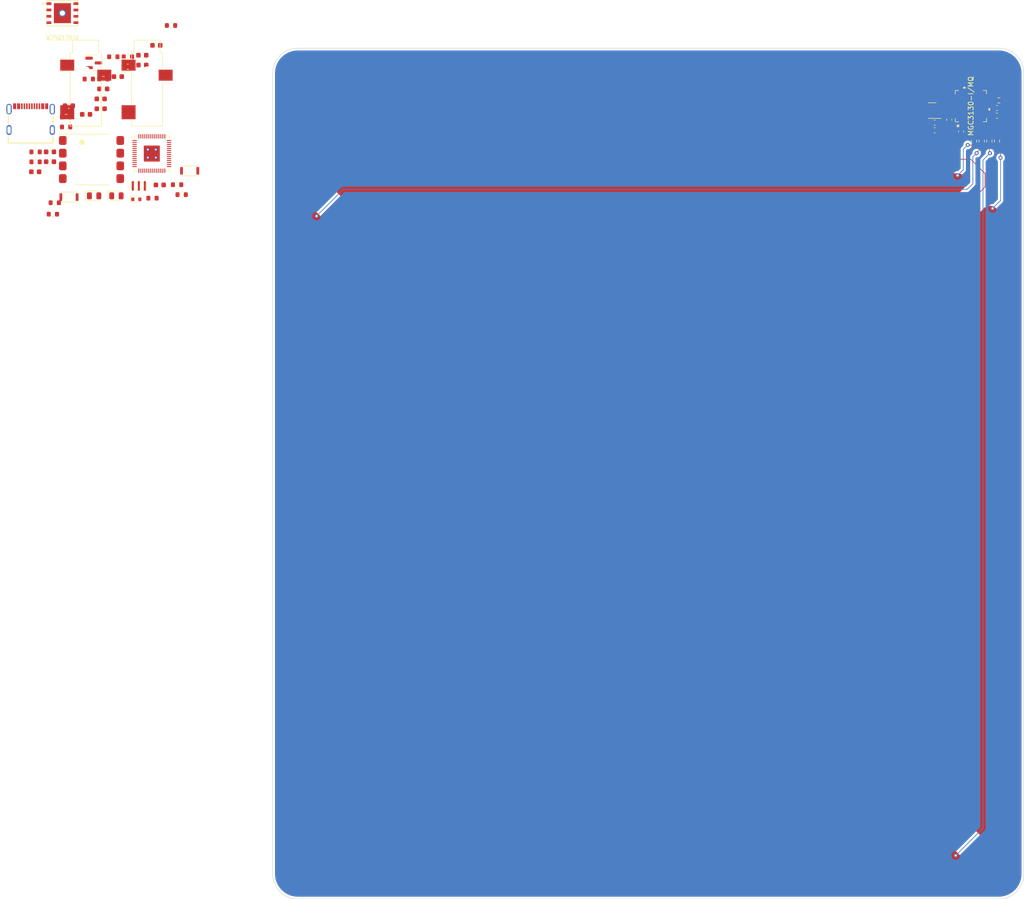
<source format=kicad_pcb>
(kicad_pcb (version 20211014) (generator pcbnew)
  (layers (0 "F.Cu" signal) (31 "B.Cu" signal) (34 "B.Paste" user) (35 "F.Paste" user) (36 "B.SilkS" user "B.Silkscreen") (37 "F.SilkS" user "F.Silkscreen") (38 "B.Mask" user) (39 "F.Mask" user) (44 "Edge.Cuts" user))
  (net 0 "")
  (net 1 "GND")
  (net 2 "+3V3")
  (net 3 "Net-(C10-Pad1)")
  (net 4 "/VBUS")
  (net 5 "Net-(C14-Pad2)")
  (net 6 "Net-(C16-Pad2)")
  (net 7 "Net-(C17-Pad2)")
  (net 8 "Net-(D1-Pad2)")
  (net 9 "Net-(D2-Pad2)")
  (net 10 "Net-(D3-Pad1)")
  (net 11 "Net-(D3-Pad2)")
  (net 12 "Net-(J1-PadA5)")
  (net 13 "Net-(J1-PadA6)")
  (net 14 "Net-(J1-PadA7)")
  (net 16 "Net-(J1-PadB5)")
  (net 18 "Net-(J2-PadR)")
  (net 20 "Net-(J3-PadR)")
  (net 21 "Net-(J3-PadT)")
  (net 22 "/RUN")
  (net 23 "/BOOT")
  (net 24 "Net-(R5-Pad2)")
  (net 25 "Net-(R6-Pad2)")
  (net 26 "/GPIO25")
  (net 27 "Net-(R8-Pad2)")
  (net 28 "Net-(R9-Pad2)")
  (net 29 "Net-(R10-Pad2)")
  (net 30 "Net-(R11-Pad2)")
  (net 31 "/EIO0")
  (net 32 "/EIO4{slash}SI0")
  (net 33 "/MIDI_TX")
  (net 34 "/MIDI_RX")
  (net 35 "Net-(U1-Pad2)")
  (net 36 "Net-(U1-Pad3)")
  (net 37 "Net-(U1-Pad5)")
  (net 38 "Net-(U1-Pad6)")
  (net 39 "Net-(U1-Pad7)")
  (net 40 "/GPIO2")
  (net 41 "/GPIO3")
  (net 42 "/GPIO4")
  (net 43 "/GPIO5")
  (net 44 "/GPIO6")
  (net 45 "/GPIO7")
  (net 46 "/GPIO8")
  (net 47 "/GPIO9")
  (net 48 "/GPIO10")
  (net 49 "/GPIO11")
  (net 50 "/GPIO15")
  (net 51 "Net-(U2-Pad20)")
  (net 52 "Net-(U2-Pad21)")
  (net 53 "/SWCLK")
  (net 54 "/SWDIO")
  (net 55 "/GPIO16")
  (net 56 "/GPIO17")
  (net 57 "/GPIO18")
  (net 58 "/GPIO19")
  (net 59 "/GPIO20")
  (net 60 "/GPIO21")
  (net 61 "/GPIO22")
  (net 62 "/GPIO23")
  (net 63 "/GPIO24")
  (net 64 "/GPIO26")
  (net 65 "/GPIO27")
  (net 66 "/GPIO28")
  (net 67 "/GPIO29")
  (net 77 "Net-(U4-Pad25)")
  (net 80 "/5V_TX")
  (net 83 "/Electrode_RX0")
  (net 84 "/Electrode_RX1")
  (net 85 "/Electrode_RX2")
  (net 86 "/Electrode_RX3")
  (net 87 "/EIO5{slash}SI1")
  (footprint "Eclectronics:CSTNE" (layer "F.Cu") (at -6.7344 49.5184)
    (fp_text reference "Y1" hide)
    (fp_text value "12MHz")
    (pad "1" smd rect locked (at 1.2 0) (size 0.4 1.9) (layers "F.Cu" "F.Paste" "F.Mask") (net 51 "Net-(U2-Pad20)"))
    (pad "2" smd rect locked (at 0 0) (size 0.4 1.9) (layers "F.Cu" "F.Paste" "F.Mask") (net 1 "GND"))
    (pad "3" smd rect locked (at -1.2 0) (size 0.4 1.9) (layers "F.Cu" "F.Paste" "F.Mask") (net 52 "Net-(U2-Pad21)"))
  )
  (footprint "Eclectronics:RP2040" (layer "F.Cu") (at -4.1424 43.0544)
    (fp_text reference "U2" hide)
    (fp_text value "RP2040")
    (pad "1" smd roundrect (at -3.4375 -2.6 90) (size 0.18 0.875) (layers "F.Cu" "F.Paste" "F.Mask") (net 2 "+3V3"))
    (pad "2" smd roundrect (at -3.4375 -2.2 90) (size 0.18 0.875) (layers "F.Cu" "F.Paste" "F.Mask") (net 33 "/MIDI_TX"))
    (pad "3" smd roundrect (at -3.4375 -1.8 90) (size 0.18 0.875) (layers "F.Cu" "F.Paste" "F.Mask") (net 34 "/MIDI_RX"))
    (pad "4" smd roundrect (at -3.4375 -1.4 90) (size 0.18 0.875) (layers "F.Cu" "F.Paste" "F.Mask") (net 40 "/GPIO2"))
    (pad "5" smd roundrect (at -3.4375 -1 90) (size 0.18 0.875) (layers "F.Cu" "F.Paste" "F.Mask") (net 41 "/GPIO3"))
    (pad "6" smd roundrect (at -3.4375 -0.6 90) (size 0.18 0.875) (layers "F.Cu" "F.Paste" "F.Mask") (net 42 "/GPIO4"))
    (pad "7" smd roundrect (at -3.4375 -0.2 90) (size 0.18 0.875) (layers "F.Cu" "F.Paste" "F.Mask") (net 43 "/GPIO5"))
    (pad "8" smd roundrect (at -3.4375 0.2 90) (size 0.18 0.875) (layers "F.Cu" "F.Paste" "F.Mask") (net 44 "/GPIO6"))
    (pad "9" smd roundrect (at -3.4375 0.6 90) (size 0.18 0.875) (layers "F.Cu" "F.Paste" "F.Mask") (net 45 "/GPIO7"))
    (pad "10" smd roundrect (at -3.4375 1 90) (size 0.18 0.875) (layers "F.Cu" "F.Paste" "F.Mask") (net 2 "+3V3"))
    (pad "11" smd roundrect (at -3.4375 1.4 90) (size 0.18 0.875) (layers "F.Cu" "F.Paste" "F.Mask") (net 46 "/GPIO8"))
    (pad "12" smd roundrect (at -3.4375 1.8 90) (size 0.18 0.875) (layers "F.Cu" "F.Paste" "F.Mask") (net 47 "/GPIO9"))
    (pad "13" smd roundrect (at -3.4375 2.2 90) (size 0.18 0.875) (layers "F.Cu" "F.Paste" "F.Mask") (net 48 "/GPIO10"))
    (pad "14" smd roundrect (at -3.4375 2.6 90) (size 0.18 0.875) (layers "F.Cu" "F.Paste" "F.Mask") (net 49 "/GPIO11"))
    (pad "15" smd roundrect (at -2.6 3.4375 180) (size 0.18 0.875) (layers "F.Cu" "F.Paste" "F.Mask") (net 32 "/EIO4{slash}SI0"))
    (pad "16" smd roundrect (at -2.2 3.4375 180) (size 0.18 0.875) (layers "F.Cu" "F.Paste" "F.Mask") (net 87 "/EIO5{slash}SI1"))
    (pad "17" smd roundrect (at -1.8 3.4375 180) (size 0.18 0.875) (layers "F.Cu" "F.Paste" "F.Mask") (net 31 "/EIO0"))
    (pad "18" smd roundrect (at -1.4 3.4375 180) (size 0.18 0.875) (layers "F.Cu" "F.Paste" "F.Mask") (net 50 "/GPIO15"))
    (pad "19" smd roundrect (at -1 3.4375 180) (size 0.18 0.875) (layers "F.Cu" "F.Paste" "F.Mask") (net 1 "GND"))
    (pad "20" smd roundrect (at -0.6 3.4375 180) (size 0.18 0.875) (layers "F.Cu" "F.Paste" "F.Mask") (net 51 "Net-(U2-Pad20)"))
    (pad "21" smd roundrect (at -0.2 3.4375 180) (size 0.18 0.875) (layers "F.Cu" "F.Paste" "F.Mask") (net 52 "Net-(U2-Pad21)"))
    (pad "22" smd roundrect (at 0.2 3.4375 180) (size 0.18 0.875) (layers "F.Cu" "F.Paste" "F.Mask") (net 2 "+3V3"))
    (pad "23" smd roundrect (at 0.6 3.4375 180) (size 0.18 0.875) (layers "F.Cu" "F.Paste" "F.Mask") (net 3 "Net-(C10-Pad1)"))
    (pad "24" smd roundrect (at 1 3.4375 180) (size 0.18 0.875) (layers "F.Cu" "F.Paste" "F.Mask") (net 53 "/SWCLK"))
    (pad "25" smd roundrect (at 1.4 3.4375 180) (size 0.18 0.875) (layers "F.Cu" "F.Paste" "F.Mask") (net 54 "/SWDIO"))
    (pad "26" smd roundrect (at 1.8 3.4375 180) (size 0.18 0.875) (layers "F.Cu" "F.Paste" "F.Mask") (net 22 "/RUN"))
    (pad "27" smd roundrect (at 2.2 3.4375 180) (size 0.18 0.875) (layers "F.Cu" "F.Paste" "F.Mask") (net 55 "/GPIO16"))
    (pad "28" smd roundrect (at 2.6 3.4375 180) (size 0.18 0.875) (layers "F.Cu" "F.Paste" "F.Mask") (net 56 "/GPIO17"))
    (pad "29" smd roundrect (at 3.4375 2.6 270) (size 0.18 0.875) (layers "F.Cu" "F.Paste" "F.Mask") (net 57 "/GPIO18"))
    (pad "30" smd roundrect (at 3.4375 2.2 270) (size 0.18 0.875) (layers "F.Cu" "F.Paste" "F.Mask") (net 58 "/GPIO19"))
    (pad "31" smd roundrect (at 3.4375 1.8 270) (size 0.18 0.875) (layers "F.Cu" "F.Paste" "F.Mask") (net 59 "/GPIO20"))
    (pad "32" smd roundrect (at 3.4375 1.4 270) (size 0.18 0.875) (layers "F.Cu" "F.Paste" "F.Mask") (net 60 "/GPIO21"))
    (pad "33" smd roundrect (at 3.4375 1 270) (size 0.18 0.875) (layers "F.Cu" "F.Paste" "F.Mask") (net 2 "+3V3"))
    (pad "34" smd roundrect (at 3.4375 0.6 270) (size 0.18 0.875) (layers "F.Cu" "F.Paste" "F.Mask") (net 61 "/GPIO22"))
    (pad "35" smd roundrect (at 3.4375 0.2 270) (size 0.18 0.875) (layers "F.Cu" "F.Paste" "F.Mask") (net 62 "/GPIO23"))
    (pad "36" smd roundrect (at 3.4375 -0.2 270) (size 0.18 0.875) (layers "F.Cu" "F.Paste" "F.Mask") (net 63 "/GPIO24"))
    (pad "37" smd roundrect (at 3.4375 -0.6 270) (size 0.18 0.875) (layers "F.Cu" "F.Paste" "F.Mask") (net 26 "/GPIO25"))
    (pad "38" smd roundrect (at 3.4375 -1 270) (size 0.18 0.875) (layers "F.Cu" "F.Paste" "F.Mask") (net 64 "/GPIO26"))
    (pad "39" smd roundrect (at 3.4375 -1.4 270) (size 0.18 0.875) (layers "F.Cu" "F.Paste" "F.Mask") (net 65 "/GPIO27"))
    (pad "40" smd roundrect (at 3.4375 -1.8 270) (size 0.18 0.875) (layers "F.Cu" "F.Paste" "F.Mask") (net 66 "/GPIO28"))
    (pad "41" smd roundrect (at 3.4375 -2.2 270) (size 0.18 0.875) (layers "F.Cu" "F.Paste" "F.Mask") (net 67 "/GPIO29"))
    (pad "42" smd roundrect (at 3.4375 -2.6 270) (size 0.18 0.875) (layers "F.Cu" "F.Paste" "F.Mask") (net 2 "+3V3"))
    (pad "43" smd roundrect (at 2.6 -3.4375) (size 0.18 0.875) (layers "F.Cu" "F.Paste" "F.Mask") (net 2 "+3V3"))
    (pad "44" smd roundrect (at 2.2 -3.4375) (size 0.18 0.875) (layers "F.Cu" "F.Paste" "F.Mask") (net 2 "+3V3"))
    (pad "45" smd roundrect (at 1.8 -3.4375) (size 0.18 0.875) (layers "F.Cu" "F.Paste" "F.Mask") (net 3 "Net-(C10-Pad1)"))
    (pad "46" smd roundrect (at 1.4 -3.4375) (size 0.18 0.875) (layers "F.Cu" "F.Paste" "F.Mask") (net 24 "Net-(R5-Pad2)"))
    (pad "47" smd roundrect (at 1 -3.4375) (size 0.18 0.875) (layers "F.Cu" "F.Paste" "F.Mask") (net 25 "Net-(R6-Pad2)"))
    (pad "48" smd roundrect (at 0.6 -3.4375) (size 0.18 0.875) (layers "F.Cu" "F.Paste" "F.Mask") (net 2 "+3V3"))
    (pad "49" smd roundrect (at 0.2 -3.4375) (size 0.18 0.875) (layers "F.Cu" "F.Paste" "F.Mask") (net 2 "+3V3"))
    (pad "50" smd roundrect (at -0.2 -3.4375) (size 0.18 0.875) (layers "F.Cu" "F.Paste" "F.Mask") (net 3 "Net-(C10-Pad1)"))
    (pad "51" smd roundrect (at -0.6 -3.4375) (size 0.18 0.875) (layers "F.Cu" "F.Paste" "F.Mask") (net 39 "Net-(U1-Pad7)"))
    (pad "52" smd roundrect (at -1 -3.4375) (size 0.18 0.875) (layers "F.Cu" "F.Paste" "F.Mask") (net 38 "Net-(U1-Pad6)"))
    (pad "53" smd roundrect (at -1.4 -3.4375) (size 0.18 0.875) (layers "F.Cu" "F.Paste" "F.Mask") (net 37 "Net-(U1-Pad5)"))
    (pad "54" smd roundrect (at -1.8 -3.4375) (size 0.18 0.875) (layers "F.Cu" "F.Paste" "F.Mask") (net 36 "Net-(U1-Pad3)"))
    (pad "55" smd roundrect (at -2.2 -3.4375) (size 0.18 0.875) (layers "F.Cu" "F.Paste" "F.Mask") (net 35 "Net-(U1-Pad2)"))
    (pad "56" smd roundrect (at -2.6 -3.4375) (size 0.18 0.875) (layers "F.Cu" "F.Paste" "F.Mask") (net 23 "/BOOT"))
    (pad "57" smd roundrect (at 0 0) (size 3.2 3.2) (layers "F.Cu" "F.Mask") (roundrect_rratio 0.05) (net 1 "GND"))
    (pad "57" thru_hole circle (at 0.8 0.8) (size 0.6096 0.6096) (drill 0.3048) (layers *.Cu "F.Mask") (net 1 "GND"))
    (pad "57" thru_hole circle (at -0.8 -0.8) (size 0.6096 0.6096) (drill 0.3048) (layers *.Cu "F.Mask") (net 1 "GND"))
    (pad "57" thru_hole circle (at -0.8 0.8) (size 0.6096 0.6096) (drill 0.3048) (layers *.Cu "F.Mask") (net 1 "GND"))
    (pad "57" thru_hole circle (at 0.8 -0.8) (size 0.6096 0.6096) (drill 0.3048) (layers *.Cu "F.Mask") (net 1 "GND"))
  )
  (footprint "Capacitor_SMD:C_0603_1608Metric" (layer "F.Cu") (at 152.192799 36.878)
    (fp_text reference "C19" hide)
    (fp_text value "1.0μF")
    (pad "1" smd roundrect (at -0.775 0) (size 0.9 0.95) (layers "F.Cu" "F.Paste" "F.Mask") (net 4 "/VBUS"))
    (pad "2" smd roundrect (at 0.775 0) (size 0.9 0.95) (layers "F.Cu" "F.Paste" "F.Mask") (net 1 "GND"))
  )
  (footprint "Eclectronics:KXT321LHS" (layer "F.Cu") (at -20.6844 51.7534)
    (fp_text reference "S1" hide)
    (fp_text value "RST")
    (pad "1" smd roundrect (at -1.625 0) (size 0.55 1.5) (layers "F.Cu" "F.Paste" "F.Mask") (roundrect_rratio 0.1) (net 1 "GND"))
    (pad "2" smd roundrect (at 1.625 0) (size 0.55 1.5) (layers "F.Cu" "F.Paste" "F.Mask") (roundrect_rratio 0.1) (net 22 "/RUN"))
  )
  (footprint "Capacitor_SMD:C_0603_1608Metric" (layer "F.Cu") (at 152.192799 38.402)
    (fp_text reference "C20" hide)
    (fp_text value "0.1μF")
    (pad "1" smd roundrect (at -0.775 0) (size 0.9 0.95) (layers "F.Cu" "F.Paste" "F.Mask") (net 4 "/VBUS"))
    (pad "2" smd roundrect (at 0.775 0) (size 0.9 0.95) (layers "F.Cu" "F.Paste" "F.Mask") (net 1 "GND"))
  )
  (footprint "Capacitor_SMD:C_0603_1608Metric" (layer "F.Cu") (at -24.4644 42.7134)
    (fp_text reference "C2" hide)
    (fp_text value "0.1µF")
    (pad "1" smd roundrect (at -0.775 0) (size 0.9 0.95) (layers "F.Cu" "F.Paste" "F.Mask") (net 2 "+3V3"))
    (pad "2" smd roundrect (at 0.775 0) (size 0.9 0.95) (layers "F.Cu" "F.Paste" "F.Mask") (net 1 "GND"))
  )
  (footprint "Resistor_SMD:R_0603_1608Metric" (layer "F.Cu") (at -13.8144 28.1634)
    (fp_text reference "R1" hide)
    (fp_text value "5.1KΩ")
    (pad "1" smd roundrect (at -0.825 0) (size 0.8 0.95) (layers "F.Cu" "F.Paste" "F.Mask") (net 16 "Net-(J1-PadB5)"))
    (pad "2" smd roundrect (at 0.825 0) (size 0.8 0.95) (layers "F.Cu" "F.Paste" "F.Mask") (net 1 "GND"))
  )
  (footprint "Eclectronics:KXT321LHS" (layer "F.Cu") (at 3.4156 46.5034)
    (fp_text reference "S2" hide)
    (fp_text value "BOOT")
    (pad "1" smd roundrect (at -1.625 0) (size 0.55 1.5) (layers "F.Cu" "F.Paste" "F.Mask") (roundrect_rratio 0.1) (net 1 "GND"))
    (pad "2" smd roundrect (at 1.625 0) (size 0.55 1.5) (layers "F.Cu" "F.Paste" "F.Mask") (roundrect_rratio 0.1) (net 23 "/BOOT"))
  )
  (footprint "Connector_Audio:Jack_3.5mm_CUI_SJ-3523-SMT_Horizontal" (layer "F.Cu") (at -5.0844 28.9934)
    (fp_text reference "J3" hide)
    (fp_text value "TRS_MIDI_OUT")
    (pad "" np_thru_hole circle (at 0 -2.5) (size 1.7 1.7) (drill 1.7) (layers *.Cu *.Mask))
    (pad "" np_thru_hole circle (at 0 4.5) (size 1.7 1.7) (drill 1.7) (layers *.Cu *.Mask))
    (pad "R" smd rect (at 3.7 -1.6) (size 2.8 2.2) (layers "F.Cu" "F.Paste" "F.Mask") (net 20 "Net-(J3-PadR)"))
    (pad "S" smd rect (at -3.7 -3.6) (size 2.8 2.2) (layers "F.Cu" "F.Paste" "F.Mask") (net 1 "GND"))
    (pad "T" smd rect (at -3.7 5.8) (size 2.8 2.8) (layers "F.Cu" "F.Paste" "F.Mask") (net 21 "Net-(J3-PadT)"))
  )
  (footprint "Resistor_SMD:R_0603_1608Metric" (layer "F.Cu") (at 165.019799 32.433)
    (fp_text reference "R13" hide)
    (fp_text value "10KΩ")
    (pad "1" smd roundrect (at -0.825 0) (size 0.8 0.95) (layers "F.Cu" "F.Paste" "F.Mask") (net 31 "/EIO0"))
    (pad "2" smd roundrect (at 0.825 0) (size 0.8 0.95) (layers "F.Cu" "F.Paste" "F.Mask") (net 2 "+3V3"))
  )
  (footprint "Connector_Audio:Jack_3.5mm_CUI_SJ-3523-SMT_Horizontal" (layer "F.Cu") (at -17.3344 28.9934)
    (fp_text reference "J2" hide)
    (fp_text value "TRS_MIDI_IN")
    (pad "" np_thru_hole circle (at 0 4.5) (size 1.7 1.7) (drill 1.7) (layers *.Cu *.Mask))
    (pad "" np_thru_hole circle (at 0 -2.5) (size 1.7 1.7) (drill 1.7) (layers *.Cu *.Mask))
    (pad "R" smd rect (at 3.7 -1.6) (size 2.8 2.2) (layers "F.Cu" "F.Paste" "F.Mask") (net 18 "Net-(J2-PadR)"))
    (pad "S" smd rect (at -3.7 -3.6) (size 2.8 2.2) (layers "F.Cu" "F.Paste" "F.Mask"))
    (pad "T" smd rect (at -3.7 5.8) (size 2.8 2.8) (layers "F.Cu" "F.Paste" "F.Mask") (net 11 "Net-(D3-Pad2)"))
  )
  (footprint "3ddie:6N137_Leadbend" (layer "F.Cu") (at -16.1844 44.2484)
    (fp_text reference "U6" hide)
    (fp_text value "6N137")
    (pad "1" smd roundrect (at -5.74 -3.81) (size 1.52 1.78) (layers "F.Cu" "F.Paste" "F.Mask"))
    (pad "2" smd roundrect (at -5.74 -1.27) (size 1.52 1.78) (layers "F.Cu" "F.Paste" "F.Mask") (net 10 "Net-(D3-Pad1)"))
    (pad "3" smd roundrect (at -5.74 1.27) (size 1.52 1.78) (layers "F.Cu" "F.Paste" "F.Mask") (net 11 "Net-(D3-Pad2)"))
    (pad "4" smd roundrect (at -5.74 3.81) (size 1.52 1.78) (layers "F.Cu" "F.Paste" "F.Mask"))
    (pad "5" smd roundrect (at 5.74 3.81) (size 1.52 1.78) (layers "F.Cu" "F.Paste" "F.Mask") (net 1 "GND"))
    (pad "6" smd roundrect (at 5.74 1.27) (size 1.52 1.78) (layers "F.Cu" "F.Paste" "F.Mask") (net 34 "/MIDI_RX"))
    (pad "7" smd roundrect (at 5.74 -1.27) (size 1.52 1.78) (layers "F.Cu" "F.Paste" "F.Mask"))
    (pad "8" smd roundrect (at 5.74 -3.81) (size 1.52 1.78) (layers "F.Cu" "F.Paste" "F.Mask") (net 2 "+3V3"))
  )
  (footprint "Capacitor_SMD:C_0603_1608Metric" (layer "F.Cu") (at -24.4644 44.6834)
    (fp_text reference "C10" hide)
    (fp_text value "0.1µF")
    (pad "1" smd roundrect (at -0.775 0) (size 0.9 0.95) (layers "F.Cu" "F.Paste" "F.Mask") (net 3 "Net-(C10-Pad1)"))
    (pad "2" smd roundrect (at 0.775 0) (size 0.9 0.95) (layers "F.Cu" "F.Paste" "F.Mask") (net 1 "GND"))
  )
  (footprint "3ddie:MGC3130T-I_MQ" (layer "F.Cu") (at 159.431799 33.576 90)
    (fp_text reference "U4" hide)
    (fp_text value "MGC3130-I/MQ" (at 0 0 90) (layer "F.SilkS"))
    (fp_text user "*" (at -3.937 -2.275 90) (layer "F.SilkS"))
    (fp_text user "*" (at -3.937 -2.275 90) (layer "F.SilkS"))
    (pad "1" smd rect locked (at -2.794 -1.950001 180) (size 0.3048 1.016) (layers "F.Cu" "F.Paste" "F.Mask") (net 5 "Net-(C14-Pad2)"))
    (pad "2" smd rect locked (at -2.794 -1.3 180) (size 0.3048 1.016) (layers "F.Cu" "F.Paste" "F.Mask"))
    (pad "3" smd rect locked (at -2.794 -0.649999 180) (size 0.3048 1.016) (layers "F.Cu" "F.Paste" "F.Mask") (net 1 "GND"))
    (pad "4" smd rect locked (at -2.794 0 180) (size 0.3048 1.016) (layers "F.Cu" "F.Paste" "F.Mask") (net 27 "Net-(R8-Pad2)"))
    (pad "5" smd rect locked (at -2.794 0.649999 180) (size 0.3048 1.016) (layers "F.Cu" "F.Paste" "F.Mask") (net 28 "Net-(R9-Pad2)"))
    (pad "6" smd rect locked (at -2.794 1.3 180) (size 0.3048 1.016) (layers "F.Cu" "F.Paste" "F.Mask") (net 29 "Net-(R10-Pad2)"))
    (pad "7" smd rect locked (at -2.794 1.949999 180) (size 0.3048 1.016) (layers "F.Cu" "F.Paste" "F.Mask") (net 30 "Net-(R11-Pad2)"))
    (pad "8" smd rect locked (at -1.950001 2.794 90) (size 0.3048 1.016) (layers "F.Cu" "F.Paste" "F.Mask"))
    (pad "9" smd rect locked (at -1.3 2.794 90) (size 0.3048 1.016) (layers "F.Cu" "F.Paste" "F.Mask") (net 7 "Net-(C17-Pad2)"))
    (pad "10" smd rect locked (at -0.650001 2.794 90) (size 0.3048 1.016) (layers "F.Cu" "F.Paste" "F.Mask") (net 1 "GND"))
    (pad "11" smd rect locked (at 0 2.794 90) (size 0.3048 1.016) (layers "F.Cu" "F.Paste" "F.Mask") (net 6 "Net-(C16-Pad2)"))
    (pad "12" smd rect locked (at 0.649999 2.794 90) (size 0.3048 1.016) (layers "F.Cu" "F.Paste" "F.Mask") (net 31 "/EIO0"))
    (pad "13" smd rect locked (at 1.3 2.794 90) (size 0.3048 1.016) (layers "F.Cu" "F.Paste" "F.Mask") (net 1 "GND"))
    (pad "14" smd rect locked (at 1.949999 2.794 90) (size 0.3048 1.016) (layers "F.Cu" "F.Paste" "F.Mask"))
    (pad "15" smd rect locked (at 2.794 1.950001 180) (size 0.3048 1.016) (layers "F.Cu" "F.Paste" "F.Mask") (net 1 "GND"))
    (pad "16" smd rect locked (at 2.794 1.3 180) (size 0.3048 1.016) (layers "F.Cu" "F.Paste" "F.Mask"))
    (pad "17" smd rect locked (at 2.794 0.650001 180) (size 0.3048 1.016) (layers "F.Cu" "F.Paste" "F.Mask"))
    (pad "18" smd rect locked (at 2.794 0 180) (size 0.3048 1.016) (layers "F.Cu" "F.Paste" "F.Mask"))
    (pad "19" smd rect locked (at 2.794 -0.649999 180) (size 0.3048 1.016) (layers "F.Cu" "F.Paste" "F.Mask"))
    (pad "20" smd rect locked (at 2.794 -1.3 180) (size 0.3048 1.016) (layers "F.Cu" "F.Paste" "F.Mask") (net 32 "/EIO4{slash}SI0"))
    (pad "21" smd rect locked (at 2.794 -1.949999 180) (size 0.3048 1.016) (layers "F.Cu" "F.Paste" "F.Mask") (net 87 "/EIO5{slash}SI1"))
    (pad "22" smd rect locked (at 1.950001 -2.794 90) (size 0.3048 1.016) (layers "F.Cu" "F.Paste" "F.Mask"))
    (pad "23" smd rect locked (at 1.3 -2.794 90) (size 0.3048 1.016) (layers "F.Cu" "F.Paste" "F.Mask"))
    (pad "24" smd rect locked (at 0.650001 -2.794 90) (size 0.3048 1.016) (layers "F.Cu" "F.Paste" "F.Mask") (net 22 "/RUN"))
    (pad "25" smd rect locked (at 0 -2.794 90) (size 0.3048 1.016) (layers "F.Cu" "F.Paste" "F.Mask") (net 77 "Net-(U4-Pad25)"))
    (pad "26" smd rect locked (at -0.649999 -2.794 90) (size 0.3048 1.016) (layers "F.Cu" "F.Paste" "F.Mask"))
    (pad "27" smd rect locked (at -1.3 -2.794 90) (size 0.3048 1.016) (layers "F.Cu" "F.Paste" "F.Mask") (net 1 "GND"))
    (pad "28" smd rect locked (at -1.949999 -2.794 90) (size 0.3048 1.016) (layers "F.Cu" "F.Paste" "F.Mask") (net 5 "Net-(C14-Pad2)"))
    (pad "29" smd rect locked (at 0 0 90) (size 4.191 4.191) (layers "F.Cu" "F.Mask") (net 1 "GND"))
  )
  (footprint "LED_SMD:LED_0805_2012Metric" (layer "F.Cu") (at -15.6644 51.4984)
    (fp_text reference "D1" hide)
    (fp_text value "LED")
    (pad "1" smd roundrect (at -0.9375 0) (size 0.975 1.4) (layers "F.Cu" "F.Paste" "F.Mask") (net 1 "GND"))
    (pad "2" smd roundrect (at 0.9375 0) (size 0.975 1.4) (layers "F.Cu" "F.Paste" "F.Mask") (net 8 "Net-(D1-Pad2)"))
  )
  (footprint "Capacitor_SMD:C_0603_1608Metric" (layer "F.Cu") (at 164.638799 35.481 180)
    (fp_text reference "C17" hide)
    (fp_text value "4.7μF")
    (pad "1" smd roundrect (at -0.775 0 180) (size 0.9 0.95) (layers "F.Cu" "F.Paste" "F.Mask") (net 1 "GND"))
    (pad "2" smd roundrect (at 0.775 0 180) (size 0.9 0.95) (layers "F.Cu" "F.Paste" "F.Mask") (net 7 "Net-(C17-Pad2)"))
  )
  (footprint "Resistor_SMD:R_0603_1608Metric" (layer "F.Cu") (at -8.9244 23.7134)
    (fp_text reference "R16" hide)
    (fp_text value "220Ω")
    (pad "1" smd roundrect (at -0.825 0) (size 0.8 0.95) (layers "F.Cu" "F.Paste" "F.Mask") (net 18 "Net-(J2-PadR)"))
    (pad "2" smd roundrect (at 0.825 0) (size 0.8 0.95) (layers "F.Cu" "F.Paste" "F.Mask") (net 10 "Net-(D3-Pad1)"))
  )
  (footprint "Capacitor_SMD:C_0603_1608Metric" (layer "F.Cu") (at -27.4244 46.6934)
    (fp_text reference "C8" hide)
    (fp_text value "1µF")
    (pad "1" smd roundrect (at -0.775 0) (size 0.9 0.95) (layers "F.Cu" "F.Paste" "F.Mask") (net 2 "+3V3"))
    (pad "2" smd roundrect (at 0.775 0) (size 0.9 0.95) (layers "F.Cu" "F.Paste" "F.Mask") (net 1 "GND"))
  )
  (footprint "Capacitor_SMD:C_0603_1608Metric" (layer "F.Cu") (at -8.9444 25.6934)
    (fp_text reference "C1" hide)
    (fp_text value "0.1µF")
    (pad "1" smd roundrect (at -0.775 0) (size 0.9 0.95) (layers "F.Cu" "F.Paste" "F.Mask") (net 1 "GND"))
    (pad "2" smd roundrect (at 0.775 0) (size 0.9 0.95) (layers "F.Cu" "F.Paste" "F.Mask") (net 2 "+3V3"))
  )
  (footprint "Capacitor_SMD:C_0603_1608Metric" (layer "F.Cu") (at 155.113799 36.300999 90)
    (fp_text reference "C14" hide)
    (fp_text value "0.1μF")
    (pad "1" smd roundrect (at -0.775 0 90) (size 0.9 0.95) (layers "F.Cu" "F.Paste" "F.Mask") (net 1 "GND"))
    (pad "2" smd roundrect (at 0.775 0 90) (size 0.9 0.95) (layers "F.Cu" "F.Paste" "F.Mask") (net 5 "Net-(C14-Pad2)"))
  )
  (footprint "Resistor_SMD:R_0603_1608Metric" (layer "F.Cu") (at -11.8344 23.7134)
    (fp_text reference "R4" hide)
    (fp_text value "5.1KΩ")
    (pad "1" smd roundrect (at -0.825 0) (size 0.8 0.95) (layers "F.Cu" "F.Paste" "F.Mask") (net 12 "Net-(J1-PadA5)"))
    (pad "2" smd roundrect (at 0.825 0) (size 0.8 0.95) (layers "F.Cu" "F.Paste" "F.Mask") (net 1 "GND"))
  )
  (footprint "Resistor_SMD:R_0603_1608Metric" (layer "F.Cu") (at -21.2544 35.7534)
    (fp_text reference "R19" hide)
    (fp_text value "4.7KΩ")
    (pad "1" smd roundrect (at -0.825 0) (size 0.8 0.95) (layers "F.Cu" "F.Paste" "F.Mask") (net 2 "+3V3"))
    (pad "2" smd roundrect (at 0.825 0) (size 0.8 0.95) (layers "F.Cu" "F.Paste" "F.Mask") (net 34 "/MIDI_RX"))
  )
  (footprint "Eclectronics:USB4105-GF-A" (layer "F.Cu") (at -28.3344 38.3534)
    (fp_text reference "J1" hide)
    (fp_text value "USB4105-GF-A")
    (pad "" np_thru_hole circle (at 2.89 -3.68) (size 0.65 0.65) (drill 0.65) (layers *.Cu *.Mask))
    (pad "" np_thru_hole circle (at -2.89 -3.68) (size 0.65 0.65) (drill 0.65) (layers *.Cu *.Mask))
    (pad "A1B12" smd rect (at -3.2 -4.755) (size 0.6 1.15) (layers "F.Cu" "F.Paste" "F.Mask") (net 1 "GND"))
    (pad "A4B9" smd rect (at -2.4 -4.755) (size 0.6 1.15) (layers "F.Cu" "F.Paste" "F.Mask") (net 4 "/VBUS"))
    (pad "A5" smd rect (at -1.25 -4.755) (size 0.3 1.15) (layers "F.Cu" "F.Paste" "F.Mask") (net 12 "Net-(J1-PadA5)"))
    (pad "A6" smd rect (at -0.25 -4.755) (size 0.3 1.15) (layers "F.Cu" "F.Paste" "F.Mask") (net 13 "Net-(J1-PadA6)"))
    (pad "A7" smd rect (at 0.25 -4.755) (size 0.3 1.15) (layers "F.Cu" "F.Paste" "F.Mask") (net 14 "Net-(J1-PadA7)"))
    (pad "A8" smd rect (at 1.25 -4.755) (size 0.3 1.15) (layers "F.Cu" "F.Paste" "F.Mask"))
    (pad "B1A12" smd rect (at 3.2 -4.755) (size 0.6 1.15) (layers "F.Cu" "F.Paste" "F.Mask") (net 1 "GND"))
    (pad "B4A9" smd rect (at 2.4 -4.755) (size 0.6 1.15) (layers "F.Cu" "F.Paste" "F.Mask") (net 4 "/VBUS"))
    (pad "B5" smd rect (at 1.75 -4.755) (size 0.3 1.15) (layers "F.Cu" "F.Paste" "F.Mask") (net 16 "Net-(J1-PadB5)"))
    (pad "B6" smd rect (at 0.75 -4.755) (size 0.3 1.15) (layers "F.Cu" "F.Paste" "F.Mask") (net 13 "Net-(J1-PadA6)"))
    (pad "B7" smd rect (at -0.75 -4.755) (size 0.3 1.15) (layers "F.Cu" "F.Paste" "F.Mask") (net 14 "Net-(J1-PadA7)"))
    (pad "B8" smd rect (at -1.75 -4.755) (size 0.3 1.15) (layers "F.Cu" "F.Paste" "F.Mask"))
    (pad "S1" thru_hole oval (at -4.32 -4.18) (size 1.05 2.1) (drill oval 0.6 1.7) (layers *.Cu *.Mask) (net 1 "GND"))
    (pad "S2" thru_hole oval (at -4.32 0) (size 1 2) (drill oval 0.6 1.4) (layers *.Cu *.Mask) (net 1 "GND"))
    (pad "S3" thru_hole oval (at 4.32 0) (size 1 2) (drill oval 0.6 1.4) (layers *.Cu *.Mask) (net 1 "GND"))
    (pad "S4" thru_hole oval (at 4.32 -4.18) (size 1.05 2.1) (drill oval 0.6 1.7) (layers *.Cu *.Mask) (net 1 "GND"))
  )
  (footprint "Capacitor_SMD:C_0603_1608Metric" (layer "F.Cu") (at -3.2344 21.4334)
    (fp_text reference "C7" hide)
    (fp_text value "0.1µF")
    (pad "1" smd roundrect (at -0.775 0) (size 0.9 0.95) (layers "F.Cu" "F.Paste" "F.Mask") (net 2 "+3V3"))
    (pad "2" smd roundrect (at 0.775 0) (size 0.9 0.95) (layers "F.Cu" "F.Paste" "F.Mask") (net 1 "GND"))
  )
  (footprint "Capacitor_SMD:C_0603_1608Metric" (layer "F.Cu") (at -20.7044 33.5034)
    (fp_text reference "C12" hide)
    (fp_text value "10µF")
    (pad "1" smd roundrect (at -0.775 0) (size 0.9 0.95) (layers "F.Cu" "F.Paste" "F.Mask") (net 1 "GND"))
    (pad "2" smd roundrect (at 0.775 0) (size 0.9 0.95) (layers "F.Cu" "F.Paste" "F.Mask") (net 4 "/VBUS"))
  )
  (footprint "Capacitor_SMD:C_0603_1608Metric" (layer "F.Cu") (at 164.638799 33.957 180)
    (fp_text reference "C16" hide)
    (fp_text value "4.7μF")
    (pad "1" smd roundrect (at -0.775 0 180) (size 0.9 0.95) (layers "F.Cu" "F.Paste" "F.Mask") (net 1 "GND"))
    (pad "2" smd roundrect (at 0.775 0 180) (size 0.9 0.95) (layers "F.Cu" "F.Paste" "F.Mask") (net 6 "Net-(C16-Pad2)"))
  )
  (footprint "Resistor_SMD:R_0603_1608Metric" (layer "F.Cu") (at 164.638799 40.561 90)
    (fp_text reference "R11" hide)
    (fp_text value "10KΩ")
    (pad "1" smd roundrect (at -0.825 0 90) (size 0.8 0.95) (layers "F.Cu" "F.Paste" "F.Mask") (net 86 "/Electrode_RX3"))
    (pad "2" smd roundrect (at 0.825 0 90) (size 0.8 0.95) (layers "F.Cu" "F.Paste" "F.Mask") (net 30 "Net-(R11-Pad2)"))
  )
  (footprint "Resistor_SMD:R_0603_1608Metric" (layer "F.Cu") (at -4.0044 51.9634)
    (fp_text reference "R7" hide)
    (fp_text value "1KΩ")
    (pad "1" smd roundrect (at -0.825 0) (size 0.8 0.95) (layers "F.Cu" "F.Paste" "F.Mask") (net 26 "/GPIO25"))
    (pad "2" smd roundrect (at 0.825 0) (size 0.8 0.95) (layers "F.Cu" "F.Paste" "F.Mask") (net 8 "Net-(D1-Pad2)"))
  )
  (footprint "Resistor_SMD:R_0603_1608Metric" (layer "F.Cu") (at -23.9024 55.1674)
    (fp_text reference "R15" hide)
    (fp_text value "1.8KΩ")
    (pad "1" smd roundrect (at -0.825 0) (size 0.8 0.95) (layers "F.Cu" "F.Paste" "F.Mask") (net 2 "+3V3"))
    (pad "2" smd roundrect (at 0.825 0) (size 0.8 0.95) (layers "F.Cu" "F.Paste" "F.Mask") (net 87 "/EIO5{slash}SI1"))
  )
  (footprint "Package_TO_SOT_SMD:SOT-23" (layer "F.Cu") (at -15.7344 24.9434)
    (fp_text reference "U3" hide)
    (fp_text value "MCP1702T-3302E_CB")
    (pad "1" smd roundrect (at -0.9375 -0.95) (size 1.475 0.6) (layers "F.Cu" "F.Paste" "F.Mask") (net 1 "GND"))
    (pad "2" smd roundrect (at -0.9375 0.95) (size 1.475 0.6) (layers "F.Cu" "F.Paste" "F.Mask") (net 2 "+3V3"))
    (pad "3" smd roundrect (at 0.9375 0) (size 1.475 0.6) (layers "F.Cu" "F.Paste" "F.Mask") (net 4 "/VBUS"))
  )
  (footprint "Resistor_SMD:R_0603_1608Metric" (layer "F.Cu") (at -0.3044 17.4634)
    (fp_text reference "R5" hide)
    (fp_text value "27Ω")
    (pad "1" smd roundrect (at -0.825 0) (size 0.8 0.95) (layers "F.Cu" "F.Paste" "F.Mask") (net 14 "Net-(J1-PadA7)"))
    (pad "2" smd roundrect (at 0.825 0) (size 0.8 0.95) (layers "F.Cu" "F.Paste" "F.Mask") (net 24 "Net-(R5-Pad2)"))
  )
  (footprint "Capacitor_SMD:C_0603_1608Metric" (layer "F.Cu") (at -6.0344 23.4034)
    (fp_text reference "C11" hide)
    (fp_text value "0.1µF")
    (pad "1" smd roundrect (at -0.775 0) (size 0.9 0.95) (layers "F.Cu" "F.Paste" "F.Mask") (net 3 "Net-(C10-Pad1)"))
    (pad "2" smd roundrect (at 0.775 0) (size 0.9 0.95) (layers "F.Cu" "F.Paste" "F.Mask") (net 1 "GND"))
  )
  (footprint "Capacitor_SMD:C_0603_1608Metric" (layer "F.Cu") (at -2.5544 49.3234)
    (fp_text reference "C13" hide)
    (fp_text value "10µF")
    (pad "1" smd roundrect (at -0.775 0) (size 0.9 0.95) (layers "F.Cu" "F.Paste" "F.Mask") (net 2 "+3V3"))
    (pad "2" smd roundrect (at 0.775 0) (size 0.9 0.95) (layers "F.Cu" "F.Paste" "F.Mask") (net 1 "GND"))
  )
  (footprint "Capacitor_SMD:C_0603_1608Metric" (layer "F.Cu") (at -14.3544 34.1034)
    (fp_text reference "C9" hide)
    (fp_text value "1µF")
    (pad "1" smd roundrect (at -0.775 0) (size 0.9 0.95) (layers "F.Cu" "F.Paste" "F.Mask") (net 3 "Net-(C10-Pad1)"))
    (pad "2" smd roundrect (at 0.775 0) (size 0.9 0.95) (layers "F.Cu" "F.Paste" "F.Mask") (net 1 "GND"))
  )
  (footprint "Capacitor_SMD:C_0603_1608Metric" (layer "F.Cu") (at -6.0344 25.3734)
    (fp_text reference "C4" hide)
    (fp_text value "0.1µF")
    (pad "1" smd roundrect (at -0.775 0) (size 0.9 0.95) (layers "F.Cu" "F.Paste" "F.Mask") (net 2 "+3V3"))
    (pad "2" smd roundrect (at 0.775 0) (size 0.9 0.95) (layers "F.Cu" "F.Paste" "F.Mask") (net 1 "GND"))
  )
  (footprint "Resistor_SMD:R_0603_1608Metric" (layer "F.Cu") (at -23.5214 52.8814)
    (fp_text reference "R14" hide)
    (fp_text value "1.8KΩ")
    (pad "1" smd roundrect (at -0.825 0) (size 0.8 0.95) (layers "F.Cu" "F.Paste" "F.Mask") (net 2 "+3V3"))
    (pad "2" smd roundrect (at 0.825 0) (size 0.8 0.95) (layers "F.Cu" "F.Paste" "F.Mask") (net 32 "/EIO4{slash}SI0"))
  )
  (footprint "Resistor_SMD:R_0603_1608Metric" (layer "F.Cu") (at 163.114799 40.561 90)
    (fp_text reference "R10" hide)
    (fp_text value "10KΩ")
    (pad "1" smd roundrect (at -0.825 0 90) (size 0.8 0.95) (layers "F.Cu" "F.Paste" "F.Mask") (net 85 "/Electrode_RX2"))
    (pad "2" smd roundrect (at 0.825 0 90) (size 0.8 0.95) (layers "F.Cu" "F.Paste" "F.Mask") (net 29 "Net-(R10-Pad2)"))
  )
  (footprint "LED_SMD:LED_0805_2012Metric" (layer "F.Cu") (at -11.2144 51.4984)
    (fp_text reference "D2" hide)
    (fp_text value "PWR")
    (pad "1" smd roundrect (at -0.9375 0) (size 0.975 1.4) (layers "F.Cu" "F.Paste" "F.Mask") (net 1 "GND"))
    (pad "2" smd roundrect (at 0.9375 0) (size 0.975 1.4) (layers "F.Cu" "F.Paste" "F.Mask") (net 9 "Net-(D2-Pad2)"))
  )
  (footprint "Resistor_SMD:R_0603_1608Metric" (layer "F.Cu") (at -27.3544 44.7134)
    (fp_text reference "R12" hide)
    (fp_text value "1KΩ")
    (pad "1" smd roundrect (at -0.825 0) (size 0.8 0.95) (layers "F.Cu" "F.Paste" "F.Mask") (net 2 "+3V3"))
    (pad "2" smd roundrect (at 0.825 0) (size 0.8 0.95) (layers "F.Cu" "F.Paste" "F.Mask") (net 9 "Net-(D2-Pad2)"))
  )
  (footprint "Resistor_SMD:R_0603_1608Metric" (layer "F.Cu") (at -21.2544 37.7434)
    (fp_text reference "R3" hide)
    (fp_text value "5.1KΩ")
    (pad "1" smd roundrect (at -0.825 0) (size 0.8 0.95) (layers "F.Cu" "F.Paste" "F.Mask") (net 23 "/BOOT"))
    (pad "2" smd roundrect (at 0.825 0) (size 0.8 0.95) (layers "F.Cu" "F.Paste" "F.Mask") (net 2 "+3V3"))
  )
  (footprint "Resistor_SMD:R_0603_1608Metric" (layer "F.Cu") (at 161.590799 40.561 90)
    (fp_text reference "R9" hide)
    (fp_text value "10KΩ")
    (pad "1" smd roundrect (at -0.825 0 90) (size 0.8 0.95) (layers "F.Cu" "F.Paste" "F.Mask") (net 84 "/Electrode_RX1"))
    (pad "2" smd roundrect (at 0.825 0 90) (size 0.8 0.95) (layers "F.Cu" "F.Paste" "F.Mask") (net 28 "Net-(R9-Pad2)"))
  )
  (footprint "Capacitor_SMD:C_0603_1608Metric" (layer "F.Cu") (at 157.481798 38.656 90)
    (fp_text reference "C15" hide)
    (fp_text value "2.2μF")
    (pad "1" smd roundrect (at -0.775 0 90) (size 0.9 0.95) (layers "F.Cu" "F.Paste" "F.Mask") (net 1 "GND"))
    (pad "2" smd roundrect (at 0.775 0 90) (size 0.9 0.95) (layers "F.Cu" "F.Paste" "F.Mask") (net 5 "Net-(C14-Pad2)"))
  )
  (footprint "Capacitor_SMD:C_0603_1608Metric" (layer "F.Cu") (at -13.8344 30.1434)
    (fp_text reference "C18" hide)
    (fp_text value "0.1μF")
    (pad "1" smd roundrect (at -0.775 0) (size 0.9 0.95) (layers "F.Cu" "F.Paste" "F.Mask") (net 2 "+3V3"))
    (pad "2" smd roundrect (at 0.775 0) (size 0.9 0.95) (layers "F.Cu" "F.Paste" "F.Mask") (net 1 "GND"))
  )
  (footprint "Diode_SMD:D_SOD-523" (layer "F.Cu") (at -7.2344 52.1934)
    (fp_text reference "D3" hide)
    (fp_text value "1N4148WT")
    (pad "1" smd rect (at -0.7 0 180) (size 0.6 0.7) (layers "F.Cu" "F.Paste" "F.Mask") (net 10 "Net-(D3-Pad1)"))
    (pad "2" smd rect (at 0.7 0 180) (size 0.6 0.7) (layers "F.Cu" "F.Paste" "F.Mask") (net 11 "Net-(D3-Pad2)"))
  )
  (footprint "Resistor_SMD:R_0603_1608Metric" (layer "F.Cu") (at -16.7244 28.1634)
    (fp_text reference "R2" hide)
    (fp_text value "5.1KΩ")
    (pad "1" smd roundrect (at -0.825 0) (size 0.8 0.95) (layers "F.Cu" "F.Paste" "F.Mask") (net 22 "/RUN"))
    (pad "2" smd roundrect (at 0.825 0) (size 0.8 0.95) (layers "F.Cu" "F.Paste" "F.Mask") (net 2 "+3V3"))
  )
  (footprint "Capacitor_SMD:C_0603_1608Metric" (layer "F.Cu") (at -10.9244 27.6834)
    (fp_text reference "C3" hide)
    (fp_text value "0.1µF")
    (pad "1" smd roundrect (at -0.775 0) (size 0.9 0.95) (layers "F.Cu" "F.Paste" "F.Mask") (net 2 "+3V3"))
    (pad "2" smd roundrect (at 0.775 0) (size 0.9 0.95) (layers "F.Cu" "F.Paste" "F.Mask") (net 1 "GND"))
  )
  (footprint "Resistor_SMD:R_0603_1608Metric" (layer "F.Cu") (at 1.8156 51.2634)
    (fp_text reference "R6" hide)
    (fp_text value "27Ω")
    (pad "1" smd roundrect (at -0.825 0) (size 0.8 0.95) (layers "F.Cu" "F.Paste" "F.Mask") (net 13 "Net-(J1-PadA6)"))
    (pad "2" smd roundrect (at 0.825 0) (size 0.8 0.95) (layers "F.Cu" "F.Paste" "F.Mask") (net 25 "Net-(R6-Pad2)"))
  )
  (footprint "Resistor_SMD:R_0603_1608Metric" (layer "F.Cu") (at 160.066799 40.561 90)
    (fp_text reference "R8" hide)
    (fp_text value "10KΩ")
    (pad "1" smd roundrect (at -0.825 0 90) (size 0.8 0.95) (layers "F.Cu" "F.Paste" "F.Mask") (net 83 "/Electrode_RX0"))
    (pad "2" smd roundrect (at 0.825 0 90) (size 0.8 0.95) (layers "F.Cu" "F.Paste" "F.Mask") (net 27 "Net-(R8-Pad2)"))
  )
  (footprint "Capacitor_SMD:C_0603_1608Metric" (layer "F.Cu") (at -17.2644 35.2234)
    (fp_text reference "C5" hide)
    (fp_text value "0.1µF")
    (pad "1" smd roundrect (at -0.775 0) (size 0.9 0.95) (layers "F.Cu" "F.Paste" "F.Mask") (net 2 "+3V3"))
    (pad "2" smd roundrect (at 0.775 0) (size 0.9 0.95) (layers "F.Cu" "F.Paste" "F.Mask") (net 1 "GND"))
  )
  (footprint "Package_TO_SOT_SMD:SOT-23-5" (layer "F.Cu") (at 151.684799 34.465 180)
    (fp_text reference "U5" hide)
    (fp_text value "MCP1416R")
    (pad "1" smd roundrect (at -1.1375 -0.95 180) (size 1.325 0.6) (layers "F.Cu" "F.Paste" "F.Mask"))
    (pad "2" smd roundrect (at -1.1375 0 180) (size 1.325 0.6) (layers "F.Cu" "F.Paste" "F.Mask") (net 1 "GND"))
    (pad "3" smd roundrect (at -1.1375 0.95 180) (size 1.325 0.6) (layers "F.Cu" "F.Paste" "F.Mask") (net 77 "Net-(U4-Pad25)"))
    (pad "4" smd roundrect (at 1.1375 0.95 180) (size 1.325 0.6) (layers "F.Cu" "F.Paste" "F.Mask") (net 80 "/5V_TX"))
    (pad "5" smd roundrect (at 1.1375 -0.95 180) (size 1.325 0.6) (layers "F.Cu" "F.Paste" "F.Mask") (net 4 "/VBUS"))
  )
  (footprint "Eclectronics:MIC_WSON-8" (layer "F.Cu") (at -22 15)
    (fp_text reference "U1" hide)
    (fp_text value "W25Q128JV" (at 0 4.953) (layer "F.SilkS") (effects (font (size 1.016 0.762) (thickness 0.127))))
    (pad "1" smd rect locked (at -2.6924 -1.905) (size 0.9652 0.5334) (layers "F.Cu" "F.Paste" "F.Mask") (net 23 "/BOOT") (clearance 0.254))
    (pad "2" smd rect locked (at -2.6924 -0.635) (size 0.9652 0.5334) (layers "F.Cu" "F.Paste" "F.Mask") (net 35 "Net-(U1-Pad2)") (clearance 0.254))
    (pad "3" smd rect locked (at -2.6924 0.635) (size 0.9652 0.5334) (layers "F.Cu" "F.Paste" "F.Mask") (net 36 "Net-(U1-Pad3)") (clearance 0.254))
    (pad "4" smd rect locked (at -2.6924 1.905) (size 0.9652 0.5334) (layers "F.Cu" "F.Paste" "F.Mask") (net 1 "GND") (clearance 0.254))
    (pad "5" smd rect locked (at 2.6924 1.905) (size 0.9652 0.5334) (layers "F.Cu" "F.Paste" "F.Mask") (net 37 "Net-(U1-Pad5)") (clearance 0.254))
    (pad "6" smd rect locked (at 2.6924 0.635) (size 0.9652 0.5334) (layers "F.Cu" "F.Paste" "F.Mask") (net 38 "Net-(U1-Pad6)") (clearance 0.254))
    (pad "7" smd rect locked (at 2.6924 -0.635) (size 0.9652 0.5334) (layers "F.Cu" "F.Paste" "F.Mask") (net 39 "Net-(U1-Pad7)") (clearance 0.254))
    (pad "8" smd rect locked (at 2.6924 -1.905) (size 0.9652 0.5334) (layers "F.Cu" "F.Paste" "F.Mask") (net 2 "+3V3") (clearance 0.254))
    (pad "9" thru_hole circle locked (at 0 0) (size 1.524 1.524) (drill 1.016) (layers *.Cu *.Mask) (net 1 "GND"))
    (pad "9" smd rect locked (at 0 0 270) (size 3.9878 3.4036) (layers "F.Cu" "F.Paste" "F.Mask") (net 1 "GND") (clearance 0.254))
  )
  (footprint "Capacitor_SMD:C_0603_1608Metric" (layer "F.Cu") (at -14.3544 32.1334)
    (fp_text reference "C6" hide)
    (fp_text value "0.1µF")
    (pad "1" smd roundrect (at -0.775 0) (size 0.9 0.95) (layers "F.Cu" "F.Paste" "F.Mask") (net 2 "+3V3"))
    (pad "2" smd roundrect (at 0.775 0) (size 0.9 0.95) (layers "F.Cu" "F.Paste" "F.Mask") (net 1 "GND"))
  )
  (footprint "Resistor_SMD:R_0603_1608Metric" (layer "F.Cu") (at 0.9056 49.2734)
    (fp_text reference "R17" hide)
    (fp_text value "10Ω")
    (pad "1" smd roundrect (at -0.825 0) (size 0.8 0.95) (layers "F.Cu" "F.Paste" "F.Mask") (net 21 "Net-(J3-PadT)"))
    (pad "2" smd roundrect (at 0.825 0) (size 0.8 0.95) (layers "F.Cu" "F.Paste" "F.Mask") (net 33 "/MIDI_TX"))
  )
  (footprint "Resistor_SMD:R_0603_1608Metric" (layer "F.Cu") (at -27.3544 42.7234)
    (fp_text reference "R18" hide)
    (fp_text value "33Ω")
    (pad "1" smd roundrect (at -0.825 0) (size 0.8 0.95) (layers "F.Cu" "F.Paste" "F.Mask") (net 20 "Net-(J3-PadR)"))
    (pad "2" smd roundrect (at 0.825 0) (size 0.8 0.95) (layers "F.Cu" "F.Paste" "F.Mask") (net 2 "+3V3"))
  )
  (gr_arc (start 170 187) (mid 168.535534 190.535534) (end 165 192) (layer "Edge.Cuts") (width 0.1))
  (gr_arc (start 25 192) (mid 21.464466 190.535534) (end 20 187) (layer "Edge.Cuts") (width 0.1))
  (gr_line (start 165 22) (end 25 22) (layer "Edge.Cuts") (width 0.1))
  (gr_arc (start 165 22) (mid 168.535534 23.464466) (end 170 27) (layer "Edge.Cuts") (width 0.1))
  (gr_arc (start 20 27) (mid 21.464466 23.464466) (end 25 22) (layer "Edge.Cuts") (width 0.1))
  (gr_line (start 20 27) (end 20 187) (layer "Edge.Cuts") (width 0.1))
  (gr_line (start 25 192) (end 165 192) (layer "Edge.Cuts") (width 0.1))
  (gr_line (start 170 187) (end 170 27) (layer "Edge.Cuts") (width 0.1))
  (segment (start 152.822299 34.465) (end 152.438048 34.465) (width 0.25) (layer "F.Cu") (net 1))
  (segment (start 160.0818 34.226001) (end 162.225799 34.226001) (width 0.25) (layer "F.Cu") (net 1))
  (segment (start 152.967799 36.878) (end 152.967799 38.402) (width 0.25) (layer "F.Cu") (net 1))
  (segment (start 158.131799 34.876) (end 159.431799 33.576) (width 0.25) (layer "F.Cu") (net 1))
  (segment (start 159.431799 33.576) (end 160.731799 32.276) (width 0.25) (layer "F.Cu") (net 1))
  (segment (start 159.431799 33.576) (end 160.0818 34.226001) (width 0.25) (layer "F.Cu") (net 1))
  (segment (start 152.951048 36.878) (end 152.967799 36.878) (width 0.25) (layer "F.Cu") (net 1))
  (segment (start 156.637799 34.876) (end 158.131799 34.876) (width 0.25) (layer "F.Cu") (net 1))
  (segment (start 158.7818 36.37) (end 158.7818 34.225999) (width 0.25) (layer "F.Cu") (net 1))
  (segment (start 152.438048 34.465) (end 151.834799 35.068249) (width 0.25) (layer "F.Cu") (net 1))
  (segment (start 160.731799 32.276) (end 162.225799 32.276) (width 0.25) (layer "F.Cu") (net 1))
  (segment (start 161.3818 31.625999) (end 159.431799 33.576) (width 0.25) (layer "F.Cu") (net 1))
  (segment (start 151.834799 35.068249) (end 151.834799 35.761751) (width 0.25) (layer "F.Cu") (net 1))
  (segment (start 158.7818 34.225999) (end 159.431799 33.576) (width 0.25) (layer "F.Cu") (net 1))
  (segment (start 151.834799 35.761751) (end 152.951048 36.878) (width 0.25) (layer "F.Cu") (net 1))
  (segment (start 161.3818 30.782) (end 161.3818 31.625999) (width 0.25) (layer "F.Cu") (net 1))
  (segment (start 151.417799 36.878) (end 151.417799 38.402) (width 0.25) (layer "F.Cu") (net 4))
  (segment (start 150.547299 36.0075) (end 151.417799 36.878) (width 0.25) (layer "F.Cu") (net 4))
  (segment (start 150.547299 35.415) (end 150.547299 36.0075) (width 0.25) (layer "F.Cu") (net 4))
  (segment (start 155.113799 35.525999) (end 156.637799 35.525999) (width 0.25) (layer "F.Cu") (net 5))
  (segment (start 157.481798 37.881) (end 157.481798 36.37) (width 0.25) (layer "F.Cu") (net 5))
  (segment (start 163.482799 33.576) (end 163.863799 33.957) (width 0.25) (layer "F.Cu") (net 6))
  (segment (start 162.225799 33.576) (end 163.482799 33.576) (width 0.25) (layer "F.Cu") (net 6))
  (segment (start 162.225799 34.876) (end 163.258799 34.876) (width 0.25) (layer "F.Cu") (net 7))
  (segment (start 163.258799 34.876) (end 163.863799 35.481) (width 0.25) (layer "F.Cu") (net 7))
  (segment (start 160.066799 39.736) (end 159.431799 39.101) (width 0.1397) (layer "F.Cu") (net 27))
  (segment (start 159.431799 39.101) (end 159.431799 36.37) (width 0.1397) (layer "F.Cu") (net 27))
  (segment (start 161.590799 39.736) (end 160.081798 38.226999) (width 0.1397) (layer "F.Cu") (net 28))
  (segment (start 160.081798 38.226999) (end 160.081798 36.37) (width 0.1397) (layer "F.Cu") (net 28))
  (segment (start 163.114799 39.736) (end 160.731799 37.353) (width 0.1397) (layer "F.Cu") (net 29))
  (segment (start 160.731799 37.353) (end 160.731799 36.37) (width 0.1397) (layer "F.Cu") (net 29))
  (segment (start 161.381798 36.478999) (end 164.638799 39.736) (width 0.1397) (layer "F.Cu") (net 30))
  (segment (start 161.381798 36.37) (end 161.381798 36.478999) (width 0.1397) (layer "F.Cu") (net 30))
  (segment (start 163.701798 32.926001) (end 164.194799 32.433) (width 0.25) (layer "F.Cu") (net 31))
  (segment (start 162.225799 32.926001) (end 163.701798 32.926001) (width 0.25) (layer "F.Cu") (net 31))
  (segment (start 152.822299 33.515) (end 152.883299 33.576) (width 0.25) (layer "F.Cu") (net 77))
  (segment (start 152.883299 33.576) (end 156.637799 33.576) (width 0.25) (layer "F.Cu") (net 77))
  (segment (start 162.2564 49.7304) (end 153.4172 58.5696) (width 0.1397) (layer "F.Cu") (net 80))
  (segment (start 148.128799 40.434) (end 151.887999 44.1932) (width 0.1397) (layer "F.Cu") (net 80))
  (segment (start 150.059671 33.515) (end 148.128799 35.445872) (width 0.1397) (layer "F.Cu") (net 80))
  (segment (start 148.128799 35.445872) (end 148.128799 40.434) (width 0.1397) (layer "F.Cu") (net 80))
  (segment (start 162.2564 47.038) (end 162.2564 49.7304) (width 0.1397) (layer "F.Cu") (net 80))
  (segment (start 159.4116 44.1932) (end 162.2564 47.038) (width 0.1397) (layer "F.Cu") (net 80))
  (segment (start 151.887999 44.1932) (end 159.4116 44.1932) (width 0.1397) (layer "F.Cu") (net 80))
  (segment (start 150.547299 33.515) (end 150.059671 33.515) (width 0.1397) (layer "F.Cu") (net 80))
  (segment (start 158.796799 41.323) (end 158.859799 41.386) (width 0.1397) (layer "F.Cu") (net 83))
  (segment (start 158.859799 41.386) (end 160.066799 41.386) (width 0.1397) (layer "F.Cu") (net 83))
  (via (at 156.77 47.419) (size 0.8) (drill 0.4) (layers "F.Cu" "B.Cu") (net 83))
  (via (at 158.796799 41.323) (size 0.8) (drill 0.4) (layers "F.Cu" "B.Cu") (net 83))
  (segment (start 156.77 47.419) (end 157.913 46.276) (width 0.1397) (layer "B.Cu") (net 83))
  (segment (start 157.913 42.206799) (end 158.796799 41.323) (width 0.1397) (layer "B.Cu") (net 83))
  (segment (start 157.913 46.276) (end 157.913 42.206799) (width 0.1397) (layer "B.Cu") (net 83))
  (segment (start 160.574799 42.847) (end 161.590799 41.831) (width 0.1397) (layer "F.Cu") (net 84))
  (segment (start 161.590799 41.831) (end 161.590799 41.386) (width 0.1397) (layer "F.Cu") (net 84))
  (segment (start 160.574799 42.974) (end 160.574799 42.847) (width 0.1397) (layer "F.Cu") (net 84))
  (via (at 28.754 55.547) (size 0.8) (drill 0.4) (layers "F.Cu" "B.Cu") (net 84))
  (via (at 160.574799 42.974) (size 0.8) (drill 0.4) (layers "F.Cu" "B.Cu") (net 84))
  (segment (start 159.8168 49.0728) (end 158.6766 50.213) (width 0.1397) (layer "B.Cu") (net 84))
  (segment (start 34.088 50.213) (end 28.754 55.547) (width 0.1397) (layer "B.Cu") (net 84))
  (segment (start 160.574799 42.974) (end 159.8168 43.731999) (width 0.1397) (layer "B.Cu") (net 84))
  (segment (start 159.8168 43.731999) (end 159.8168 49.0728) (width 0.1397) (layer "B.Cu") (net 84))
  (segment (start 158.6766 50.213) (end 34.088 50.213) (width 0.1397) (layer "B.Cu") (net 84))
  (segment (start 163.114799 42.847) (end 163.114799 41.386) (width 0.1397) (layer "F.Cu") (net 85))
  (segment (start 163.241799 42.974) (end 163.114799 42.847) (width 0.1397) (layer "F.Cu") (net 85))
  (via (at 156.389 183.309) (size 0.8) (drill 0.4) (layers "F.Cu" "B.Cu") (net 85))
  (via (at 163.241799 42.974) (size 0.8) (drill 0.4) (layers "F.Cu" "B.Cu") (net 85))
  (segment (start 161.85 44.365799) (end 163.241799 42.974) (width 0.1397) (layer "B.Cu") (net 85))
  (segment (start 156.389 183.309) (end 161.85 177.848) (width 0.1397) (layer "B.Cu") (net 85))
  (segment (start 161.85 177.848) (end 161.85 44.365799) (width 0.1397) (layer "B.Cu") (net 85))
  (segment (start 165.3552 42.102401) (end 164.638799 41.386) (width 0.1397) (layer "F.Cu") (net 86))
  (segment (start 165.3552 43.8884) (end 165.3552 42.102401) (width 0.1397) (layer "F.Cu") (net 86))
  (via (at 163.755 54.023) (size 0.8) (drill 0.4) (layers "F.Cu" "B.Cu") (net 86))
  (via (at 165.3552 43.8884) (size 0.8) (drill 0.4) (layers "F.Cu" "B.Cu") (net 86))
  (segment (start 165.3552 52.4228) (end 163.755 54.023) (width 0.1397) (layer "B.Cu") (net 86))
  (segment (start 165.3552 43.8884) (end 165.3552 52.4228) (width 0.1397) (layer "B.Cu") (net 86))
  (zone (net 86) (net_name "/Electrode_RX3") (layer "F.Cu") (name "rx_east_electrode") (connect_pads (clearance 0.508)) (min_thickness 0.254) (fill yes (thermal_gap 0.508) (thermal_bridge_width 0.508) (smoothing fillet) (radius 2) (island_removal_mode 1) (island_area_min 0))
    (polygon (pts (xy 159 177) (xy 159 57) (xy 165 51) (xy 165 183)))
  )
  (zone (net 84) (net_name "/Electrode_RX1") (layer "F.Cu") (name "rx_west_electrode") (connect_pads (clearance 0.508)) (min_thickness 0.254) (fill yes (thermal_gap 0.508) (thermal_bridge_width 0.508) (smoothing fillet) (radius 2) (island_removal_mode 1) (island_area_min 0))
    (polygon (pts (xy 31 57) (xy 31 177) (xy 25 183) (xy 25 51)))
  )
  (zone (net 80) (net_name "/5V_TX") (layer "F.Cu") (name "tx_electrode") (connect_pads (clearance 0.508)) (min_thickness 0.254) (fill yes (thermal_gap 0.508) (thermal_bridge_width 0.508) (smoothing fillet) (radius 5) (island_removal_mode 1) (island_area_min 0))
    (polygon (pts (xy 155 57) (xy 155 177) (xy 35 177) (xy 35 57)))
  )
  (zone (net 85) (net_name "/Electrode_RX2") (layer "F.Cu") (name "rx_south_electrode") (connect_pads (clearance 0.508)) (min_thickness 0.254) (fill yes (thermal_gap 0.508) (thermal_bridge_width 0.508) (smoothing fillet) (radius 2) (island_removal_mode 1) (island_area_min 0))
    (polygon (pts (xy 35 181) (xy 155 181) (xy 161 187) (xy 29 187)))
  )
  (zone (net 83) (net_name "/Electrode_RX0") (layer "F.Cu") (name "rx_north_electrode") (connect_pads (clearance 0.508)) (min_thickness 0.254) (fill yes (thermal_gap 0.508) (thermal_bridge_width 0.508) (smoothing fillet) (radius 2) (island_removal_mode 1) (island_area_min 0))
    (polygon (pts (xy 155 53) (xy 35 53) (xy 29 47) (xy 161 47)))
  )
  (zone (net 1) (net_name "GND") (layer "B.Cu") (name "GND") (connect_pads (clearance 0.4572)) (min_thickness 0.254) (fill yes (thermal_gap 0.508) (thermal_bridge_width 0.508) (island_removal_mode 1) (island_area_min 0))
    (polygon (pts (xy 170 22) (xy 170 192) (xy 20 192) (xy 20 22)))
  )
)
</source>
